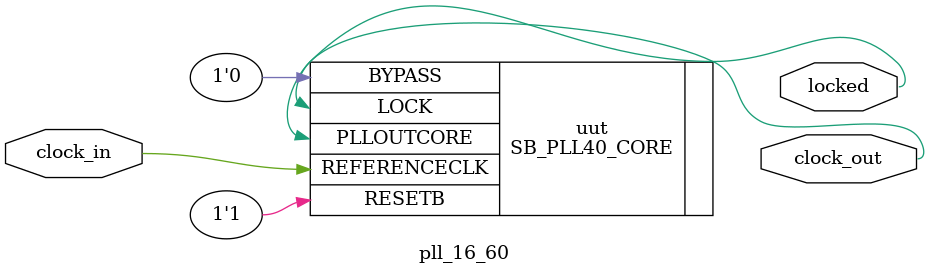
<source format=v>
/**
 * PLL configuration
 *
 * This Verilog module was generated automatically
 * using the icepll tool from the IceStorm project.
 * Use at your own risk.
 *
 * Given input frequency:        16.000 MHz
 * Requested output frequency:   60.000 MHz
 * Achieved output frequency:    60.000 MHz
 */

module pll_16_60(
	input  clock_in,
	output clock_out,
	output locked
	);

SB_PLL40_CORE #(
		.FEEDBACK_PATH("SIMPLE"),
		.DIVR(4'b0000),		// DIVR =  0
		.DIVF(7'b0111011),	// DIVF = 59
		.DIVQ(3'b100),		// DIVQ =  4
		.FILTER_RANGE(3'b001)	// FILTER_RANGE = 1
	) uut (
		.LOCK(locked),
		.RESETB(1'b1),
		.BYPASS(1'b0),
		.REFERENCECLK(clock_in),
		.PLLOUTCORE(clock_out)
		);

endmodule

</source>
